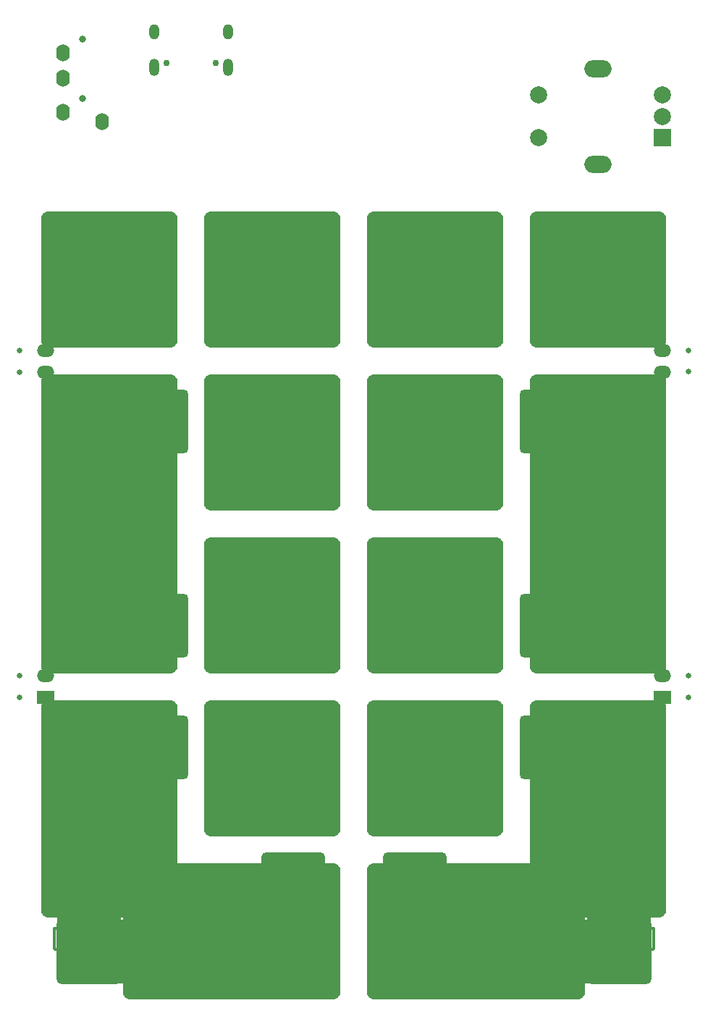
<source format=gbr>
%TF.GenerationSoftware,KiCad,Pcbnew,(6.0.7)*%
%TF.CreationDate,2022-10-13T01:22:27-05:00*%
%TF.ProjectId,Container65PLATE,436f6e74-6169-46e6-9572-3635504c4154,rev?*%
%TF.SameCoordinates,Original*%
%TF.FileFunction,Soldermask,Top*%
%TF.FilePolarity,Negative*%
%FSLAX46Y46*%
G04 Gerber Fmt 4.6, Leading zero omitted, Abs format (unit mm)*
G04 Created by KiCad (PCBNEW (6.0.7)) date 2022-10-13 01:22:27*
%MOMM*%
%LPD*%
G01*
G04 APERTURE LIST*
G04 Aperture macros list*
%AMRoundRect*
0 Rectangle with rounded corners*
0 $1 Rounding radius*
0 $2 $3 $4 $5 $6 $7 $8 $9 X,Y pos of 4 corners*
0 Add a 4 corners polygon primitive as box body*
4,1,4,$2,$3,$4,$5,$6,$7,$8,$9,$2,$3,0*
0 Add four circle primitives for the rounded corners*
1,1,$1+$1,$2,$3*
1,1,$1+$1,$4,$5*
1,1,$1+$1,$6,$7*
1,1,$1+$1,$8,$9*
0 Add four rect primitives between the rounded corners*
20,1,$1+$1,$2,$3,$4,$5,0*
20,1,$1+$1,$4,$5,$6,$7,0*
20,1,$1+$1,$6,$7,$8,$9,0*
20,1,$1+$1,$8,$9,$2,$3,0*%
G04 Aperture macros list end*
%ADD10RoundRect,1.008000X-6.992000X6.992000X-6.992000X-6.992000X6.992000X-6.992000X6.992000X6.992000X0*%
%ADD11RoundRect,0.466200X-7.233800X3.233800X-7.233800X-3.233800X7.233800X-3.233800X7.233800X3.233800X0*%
%ADD12RoundRect,1.008000X6.992000X-6.992000X6.992000X6.992000X-6.992000X6.992000X-6.992000X-6.992000X0*%
%ADD13RoundRect,0.466200X7.233800X-3.233800X7.233800X3.233800X-7.233800X3.233800X-7.233800X-3.233800X0*%
%ADD14RoundRect,1.008000X-6.992000X-6.992000X6.992000X-6.992000X6.992000X6.992000X-6.992000X6.992000X0*%
%ADD15RoundRect,0.466200X-3.233800X-7.233800X3.233800X-7.233800X3.233800X7.233800X-3.233800X7.233800X0*%
%ADD16O,0.304800X6.654800*%
%ADD17O,1.473200X0.304800*%
%ADD18O,12.293600X0.304800*%
%ADD19O,0.304800X1.168400*%
%ADD20O,0.304800X3.048000*%
%ADD21O,2.794000X0.304800*%
%ADD22O,0.304800X12.293600*%
%ADD23O,6.654800X0.304800*%
%ADD24O,1.168400X0.304800*%
%ADD25O,3.048000X0.304800*%
%ADD26O,0.304800X1.473200*%
%ADD27O,0.304800X2.794000*%
%ADD28RoundRect,1.008000X6.992000X6.992000X-6.992000X6.992000X-6.992000X-6.992000X6.992000X-6.992000X0*%
%ADD29O,3.200000X2.000000*%
%ADD30R,2.000000X2.000000*%
%ADD31C,2.000000*%
%ADD32O,0.650000X0.650000*%
%ADD33R,2.000000X1.500000*%
%ADD34O,2.000000X1.500000*%
%ADD35C,0.800000*%
%ADD36O,1.600000X2.000000*%
%ADD37C,0.750013*%
%ADD38O,1.200000X1.800000*%
%ADD39O,1.200000X2.000000*%
G04 APERTURE END LIST*
D10*
%TO.C,REF\u002A\u002A*%
X49212500Y-115093750D03*
D11*
X50712500Y-127031250D03*
X50712500Y-103156250D03*
%TD*%
D10*
%TO.C,REF\u002A\u002A*%
X49212500Y-76993750D03*
D11*
X50712500Y-88931250D03*
X50712500Y-65056250D03*
%TD*%
D12*
%TO.C,REF\u002A\u002A*%
X106362500Y-76993750D03*
D13*
X104862500Y-65056250D03*
X104862500Y-88931250D03*
%TD*%
D12*
%TO.C,REF\u002A\u002A*%
X106362500Y-115093750D03*
D13*
X104862500Y-103156250D03*
X104862500Y-127031250D03*
%TD*%
D14*
%TO.C,REF\u002A\u002A*%
X58737500Y-124618750D03*
D15*
X70675000Y-123118750D03*
X46800000Y-123118750D03*
%TD*%
D14*
%TO.C,REF\u002A\u002A*%
X96837500Y-124618750D03*
D15*
X108775000Y-123118750D03*
X84900000Y-123118750D03*
%TD*%
D16*
%TO.C,X1*%
X43675300Y-88931750D03*
D17*
X56324500Y-66427350D03*
D16*
X55664100Y-65055750D03*
D18*
X49669700Y-85756750D03*
X49669700Y-92106750D03*
D19*
X49568100Y-61448950D03*
D17*
X56324500Y-63684150D03*
X56324500Y-87560150D03*
D18*
X49669700Y-61880750D03*
D20*
X56984900Y-65055750D03*
X56984900Y-88931750D03*
D19*
X49568100Y-92538550D03*
D21*
X48323500Y-92970350D03*
X48323500Y-61017150D03*
D16*
X43675300Y-65055750D03*
X55664100Y-88931750D03*
D17*
X56324500Y-90303350D03*
D18*
X49669700Y-68230750D03*
D19*
X47078900Y-61448950D03*
X47078900Y-92538550D03*
%TD*%
D16*
%TO.C,X2*%
X111899700Y-88931750D03*
D18*
X105905300Y-68230750D03*
D16*
X111899700Y-65055750D03*
D17*
X99250500Y-66427350D03*
D18*
X105905300Y-85756750D03*
D16*
X99910900Y-65055750D03*
D20*
X98590100Y-88931750D03*
D19*
X106006900Y-61448950D03*
D17*
X99250500Y-87560150D03*
D16*
X99910900Y-88931750D03*
D19*
X108496100Y-92538550D03*
D17*
X99250500Y-63684150D03*
X99250500Y-90303350D03*
D18*
X105905300Y-61880750D03*
D19*
X106006900Y-92538550D03*
D21*
X107251500Y-61017150D03*
D20*
X98590100Y-65055750D03*
D18*
X105905300Y-92106750D03*
D19*
X108496100Y-61448950D03*
D21*
X107251500Y-92970350D03*
%TD*%
D22*
%TO.C,X4*%
X105600500Y-124161550D03*
D23*
X84899500Y-130155950D03*
D24*
X112382300Y-124263150D03*
X112382300Y-126752350D03*
D22*
X81724500Y-124161550D03*
D25*
X84899500Y-116846350D03*
D26*
X83527900Y-117506750D03*
D25*
X108775500Y-116846350D03*
D23*
X108775500Y-118167150D03*
X108775500Y-130155950D03*
D26*
X110147100Y-117506750D03*
D22*
X88074500Y-124161550D03*
X111950500Y-124161550D03*
D24*
X81292700Y-126752350D03*
X81292700Y-124263150D03*
D23*
X84899500Y-118167150D03*
D26*
X107403900Y-117506750D03*
D27*
X80860900Y-125507750D03*
D26*
X86271100Y-117506750D03*
D27*
X112814100Y-125507750D03*
%TD*%
D26*
%TO.C,X3*%
X69303900Y-117506750D03*
X72047100Y-117506750D03*
D24*
X74282300Y-124263150D03*
D25*
X70675500Y-116846350D03*
D24*
X43192700Y-124263150D03*
D27*
X74714100Y-125507750D03*
D25*
X46799500Y-116846350D03*
D23*
X70675500Y-118167150D03*
D27*
X42760900Y-125507750D03*
D24*
X74282300Y-126752350D03*
D23*
X46799500Y-130155950D03*
D26*
X48171100Y-117506750D03*
D22*
X49974500Y-124161550D03*
D26*
X45427900Y-117506750D03*
D23*
X46799500Y-118167150D03*
X70675500Y-130155950D03*
D22*
X43624500Y-124161550D03*
D24*
X43192700Y-126752350D03*
D22*
X73850500Y-124161550D03*
X67500500Y-124161550D03*
%TD*%
D10*
%TO.C,MX5*%
X49212500Y-67468750D03*
%TD*%
D28*
%TO.C,MX15*%
X87312500Y-105568750D03*
%TD*%
D10*
%TO.C,MX9*%
X49212500Y-86518750D03*
%TD*%
D12*
%TO.C,MX-E-1*%
X49212500Y-76993750D03*
%TD*%
D28*
%TO.C,MX3*%
X87312500Y-48418750D03*
%TD*%
%TO.C,MX6*%
X68262500Y-67468750D03*
%TD*%
D14*
%TO.C,MX-E-4*%
X96837500Y-124618750D03*
%TD*%
D12*
%TO.C,MX-E-2*%
X106362500Y-76993750D03*
%TD*%
D28*
%TO.C,MX14*%
X68262500Y-105568750D03*
%TD*%
%TO.C,MX11*%
X87312500Y-86518750D03*
%TD*%
D14*
%TO.C,MX17*%
X58737500Y-124618750D03*
%TD*%
D10*
%TO.C,MX16*%
X106362500Y-105568750D03*
%TD*%
%TO.C,MX12*%
X106362500Y-86518750D03*
%TD*%
D28*
%TO.C,MX18*%
X68262500Y-124618750D03*
%TD*%
%TO.C,MX10*%
X68262500Y-86518750D03*
%TD*%
D12*
%TO.C,MX20*%
X106362500Y-115093750D03*
%TD*%
D10*
%TO.C,MX8*%
X106362500Y-67468750D03*
%TD*%
D28*
%TO.C,MX7*%
X87312500Y-67468750D03*
%TD*%
%TO.C,MX19*%
X87312500Y-124618750D03*
%TD*%
%TO.C,MX4*%
X106362500Y-48418750D03*
%TD*%
%TO.C,MX1*%
X49212500Y-48418750D03*
%TD*%
D12*
%TO.C,MX-E-3*%
X49212500Y-115093750D03*
%TD*%
D10*
%TO.C,MX13*%
X49212500Y-105568750D03*
%TD*%
D28*
%TO.C,MX2*%
X68262500Y-48418750D03*
%TD*%
D29*
%TO.C,SW1*%
X106362500Y-34968750D03*
X106362500Y-23768750D03*
D30*
X113862500Y-31868750D03*
D31*
X113862500Y-26868750D03*
X113862500Y-29368750D03*
X99362500Y-26868750D03*
X99362500Y-31868750D03*
%TD*%
D32*
%TO.C,J3*%
X38687500Y-97283750D03*
X38687500Y-94783750D03*
D33*
X41687500Y-97283750D03*
D34*
X41687500Y-94743750D03*
%TD*%
D32*
%TO.C,J6*%
X116887500Y-59212500D03*
X116887500Y-56712500D03*
D34*
X113887500Y-59252500D03*
X113887500Y-56712500D03*
%TD*%
D32*
%TO.C,J4*%
X38687500Y-56752500D03*
X38687500Y-59252500D03*
D34*
X41687500Y-59252500D03*
X41687500Y-56712500D03*
%TD*%
D35*
%TO.C,U7*%
X46037500Y-27300000D03*
X46037500Y-20300000D03*
D36*
X48337500Y-30000000D03*
X43737500Y-28900000D03*
X43737500Y-24900000D03*
X43737500Y-21900000D03*
%TD*%
D32*
%TO.C,J5*%
X116887500Y-94753750D03*
X116887500Y-97253750D03*
D33*
X113887500Y-97293750D03*
D34*
X113887500Y-94753750D03*
%TD*%
D37*
%TO.C,U2*%
X55836560Y-23153134D03*
X61636408Y-23153134D03*
D38*
X54411363Y-19453362D03*
D39*
X63061605Y-23653261D03*
X54411363Y-23653261D03*
D38*
X63061605Y-19453362D03*
%TD*%
M02*

</source>
